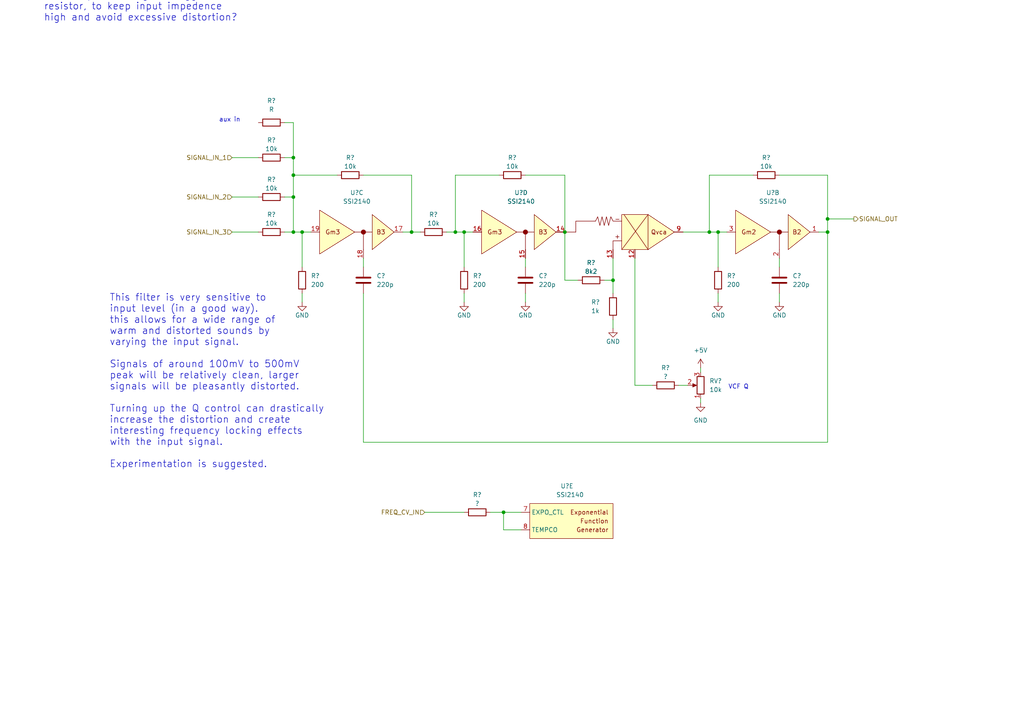
<source format=kicad_sch>
(kicad_sch (version 20211123) (generator eeschema)
  (paper "A4")
  (lib_symbols
    (symbol "Device:C" (pin_numbers hide) (pin_names (offset 0.254))
      (property "Reference" "C" (at 0.635 2.54 0))
      (property "Value" "C" (at 0.635 -2.54 0))
      (symbol "C_0_1"
        (polyline (pts (xy -2.032 -0.762) (xy 2.032 -0.762)) (stroke (width 0.508)))
        (polyline (pts (xy -2.032 0.762) (xy 2.032 0.762)) (stroke (width 0.508)))
      )
      (symbol "C_1_1"
        (pin passive line (at 0 3.81 270) (length 2.794) (name "~") (number "1"))
        (pin passive line (at 0 -3.81 90) (length 2.794) (name "~") (number "2"))
      )
    )
    (symbol "Device:R" (pin_numbers hide) (pin_names (offset 0))
      (property "Reference" "R" (at 2.032 0 90))
      (property "Value" "R" (at 0 0 90))
      (symbol "R_0_1"
        (rectangle (start -1.016 -2.54) (end 1.016 2.54) (stroke (width 0.254)))
      )
      (symbol "R_1_1"
        (pin passive line (at 0 3.81 270) (length 1.27) (name "~") (number "1"))
        (pin passive line (at 0 -3.81 90) (length 1.27) (name "~") (number "2"))
      )
    )
    (symbol "Device:R_Potentiometer" (pin_names (offset 1.016) hide)
      (property "Reference" "RV" (at -4.445 0 90))
      (property "Value" "R_Potentiometer" (at -2.54 0 90))
      (symbol "R_Potentiometer_0_1"
        (polyline (pts (xy 2.54 0) (xy 1.524 0)))
        (polyline (pts (xy 1.143 0) (xy 2.286 0.508) (xy 2.286 -0.508) (xy 1.143 0)) (fill (type outline)))
        (rectangle (start 1.016 2.54) (end -1.016 -2.54) (stroke (width 0.254)))
      )
      (symbol "R_Potentiometer_1_1"
        (pin passive line (at 0 3.81 270) (length 1.27) (name "1") (number "1"))
        (pin passive line (at 3.81 0 180) (length 1.27) (name "2") (number "2"))
        (pin passive line (at 0 -3.81 90) (length 1.27) (name "3") (number "3"))
      )
    )
    (symbol "custom_symbols:SSI2140"
      (property "Reference" "U" (at 0 10.16 0))
      (property "Value" "SSI2140" (at 0 7.62 0))
      (symbol "SSI2140_1_0"
        (polyline (pts (xy 0 0) (xy -2.54 0)))
        (polyline (pts (xy 0 -5.08) (xy 0 0) (xy 2.54 0)))
        (polyline (pts (xy -2.54 0) (xy -12.7 6.35) (xy -12.7 -6.35) (xy -2.54 0)) (fill (type background)))
        (text "B1" (at 5.08 0 0) (effects (font (size 1.27 1.27))))
        (text "Gm1" (at -8.89 0 0) (effects (font (size 1.27 1.27))))
      )
      (symbol "SSI2140_1_1"
        (polyline (pts (xy 8.89 0) (xy 2.54 5.08) (xy 2.54 -5.08) (xy 8.89 0)) (fill (type background)))
        (circle (center 0 0) (radius 0.635) (fill (type outline)))
        (pin output line (at 11.43 0 180) (length 2.54) (name "") (number "4"))
        (pin input line (at 0 -7.62 90) (length 2.54) (name "") (number "5"))
        (pin input line (at -15.24 0 0) (length 2.54) (name "") (number "6"))
      )
      (symbol "SSI2140_2_0"
        (polyline (pts (xy 0 0) (xy -2.54 0)))
        (polyline (pts (xy 0 -5.08) (xy 0 0) (xy 2.54 0)))
        (polyline (pts (xy -2.54 0) (xy -12.7 6.35) (xy -12.7 -6.35) (xy -2.54 0)) (fill (type background)))
        (text "B2" (at 5.08 0 0) (effects (font (size 1.27 1.27))))
        (text "Gm2" (at -8.89 0 0) (effects (font (size 1.27 1.27))))
      )
      (symbol "SSI2140_2_1"
        (polyline (pts (xy 8.89 0) (xy 2.54 5.08) (xy 2.54 -5.08) (xy 8.89 0)) (fill (type background)))
        (circle (center 0 0) (radius 0.635) (fill (type outline)))
        (pin output line (at 11.43 0 180) (length 2.54) (name "") (number "1"))
        (pin input line (at 0 -7.62 90) (length 2.54) (name "") (number "2"))
        (pin input line (at -15.24 0 0) (length 2.54) (name "") (number "3"))
      )
      (symbol "SSI2140_3_0"
        (polyline (pts (xy 0 0) (xy -2.54 0)))
        (polyline (pts (xy 0 -5.08) (xy 0 0) (xy 2.54 0)))
        (polyline (pts (xy -2.54 0) (xy -12.7 6.35) (xy -12.7 -6.35) (xy -2.54 0)) (fill (type background)))
        (text "B3" (at 5.08 0 0) (effects (font (size 1.27 1.27))))
        (text "Gm3" (at -8.89 0 0) (effects (font (size 1.27 1.27))))
      )
      (symbol "SSI2140_3_1"
        (polyline (pts (xy 8.89 0) (xy 2.54 5.08) (xy 2.54 -5.08) (xy 8.89 0)) (fill (type background)))
        (circle (center 0 0) (radius 0.635) (fill (type outline)))
        (pin output line (at 11.43 0 180) (length 2.54) (name "") (number "17"))
        (pin input line (at 0 -7.62 90) (length 2.54) (name "") (number "18"))
        (pin input line (at -15.24 0 0) (length 2.54) (name "") (number "19"))
      )
      (symbol "SSI2140_4_0"
        (polyline (pts (xy 0 0) (xy -2.54 0)))
        (polyline (pts (xy 27.94 -5.08) (xy 35.56 5.08)))
        (polyline (pts (xy 35.56 -5.08) (xy 28.575 5.08)))
        (polyline (pts (xy 0 -5.08) (xy 0 0) (xy 2.54 0)))
        (polyline (pts (xy 11.43 0) (xy 11.43 0) (xy 8.89 0)))
        (polyline (pts (xy 20.32 3.175) (xy 14.605 3.175) (xy 14.605 0)))
        (polyline (pts (xy 25.4 -5.08) (xy 25.4 -2.54) (xy 27.94 -2.54)))
        (polyline (pts (xy -2.54 0) (xy -12.7 6.35) (xy -12.7 -6.35) (xy -2.54 0)) (fill (type background)))
        (polyline (pts (xy 35.56 5.08) (xy 27.94 5.08) (xy 27.94 -5.08) (xy 35.56 -5.08)) (fill (type background)))
        (polyline (pts (xy 43.18 0) (xy 35.56 5.08) (xy 35.56 -5.08) (xy 43.18 0)) (fill (type background)))
        (polyline (pts (xy 20.32 3.175) (xy 20.955 4.445) (xy 21.59 1.905) (xy 22.225 4.445) (xy 22.86 1.905) (xy 23.495 4.445) (xy 24.13 1.905) (xy 24.765 4.445) (xy 25.4 3.175) (xy 27.94 3.175)))
        (text "+" (at 26.67 -1.27 0) (effects (font (size 1.27 1.27))))
        (text "-" (at 26.67 3.81 0) (effects (font (size 1.27 1.27))))
        (text "B3" (at 5.08 0 0) (effects (font (size 1.27 1.27))))
        (text "Gm3" (at -8.89 0 0) (effects (font (size 1.27 1.27))))
        (text "Qvca" (at 38.735 0 0) (effects (font (size 1.27 1.27))))
      )
      (symbol "SSI2140_4_1"
        (polyline (pts (xy 11.43 0) (xy 14.605 0)))
        (polyline (pts (xy 8.89 0) (xy 2.54 5.08) (xy 2.54 -5.08) (xy 8.89 0)) (fill (type background)))
        (circle (center 0 0) (radius 0.635) (fill (type outline)))
        (pin input line (at 31.75 -7.62 90) (length 2.54) (name "") (number "12"))
        (pin input line (at 25.4 -7.62 90) (length 2.54) (name "") (number "13"))
        (pin output line (at 11.43 0 180) (length 2.54) (name "") (number "14"))
        (pin input line (at 0 -7.62 90) (length 2.54) (name "") (number "15"))
        (pin input line (at -15.24 0 0) (length 2.54) (name "") (number "16"))
        (pin output line (at 45.72 0 180) (length 2.54) (name "") (number "9"))
      )
      (symbol "SSI2140_5_0"
        (text "Exponential" (at -10.16 2.54 0) (effects (font (size 1.27 1.27)) (justify left)))
        (text "Function" (at -10.16 0 0) (effects (font (size 1.27 1.27)) (justify left)))
        (text "Generator" (at -10.16 -2.54 0) (effects (font (size 1.27 1.27)) (justify left)))
      )
      (symbol "SSI2140_5_1"
        (rectangle (start -11.43 5.08) (end 12.7 -5.08) (fill (type background)))
        (pin input line (at 15.24 2.54 180) (length 2.54) (name "EXPO_CTL") (number "7"))
        (pin input line (at 15.24 -2.54 180) (length 2.54) (name "TEMPCO") (number "8"))
      )
      (symbol "SSI2140_6_0"
        (rectangle (start -3.81 6.35) (end 3.81 -11.43) (fill (type background)))
      )
      (symbol "SSI2140_6_1"
        (pin power_in line (at 6.35 -2.54 180) (length 2.54) (name "GND") (number "10"))
        (pin power_in line (at 6.35 -8.89 180) (length 2.54) (name "V-") (number "11"))
        (pin power_in line (at 6.35 3.81 180) (length 2.54) (name "V+") (number "20"))
      )
    )
    (symbol "power:+5V" (power) (pin_names (offset 0))
      (property "Value" "+5V" (at 0 3.556 0))
      (symbol "+5V_0_1"
        (polyline (pts (xy -0.762 1.27) (xy 0 2.54)))
        (polyline (pts (xy 0 0) (xy 0 2.54)))
        (polyline (pts (xy 0 2.54) (xy 0.762 1.27)))
      )
      (symbol "+5V_1_1"
        (pin power_in line (at 0 0 90) (length 0) hide (name "+5V") (number "1"))
      )
    )
    (symbol "power:GND" (power) (pin_names (offset 0))
      (property "Value" "GND" (at 0 -3.81 0))
      (symbol "GND_0_1"
        (polyline (pts (xy 0 0) (xy 0 -1.27) (xy 1.27 -1.27) (xy 0 -2.54) (xy -1.27 -1.27) (xy 0 -1.27)))
      )
      (symbol "GND_1_1"
        (pin power_in line (at 0 0 270) (length 0) hide (name "GND") (number "1"))
      )
    )
  )
  (junction (at 87.63 67.31))
  (junction (at 85.09 57.15))
  (junction (at 85.09 67.31))
  (junction (at 177.8 81.28))
  (junction (at 119.38 67.31))
  (junction (at 205.74 67.31))
  (junction (at 240.03 67.31))
  (junction (at 163.83 67.31))
  (junction (at 132.08 67.31))
  (junction (at 134.62 67.31))
  (junction (at 85.09 50.8))
  (junction (at 208.28 67.31))
  (junction (at 85.09 45.72))
  (junction (at 240.03 63.5))
  (junction (at 146.05 148.59))
  (wire (pts (xy 177.8 81.28) (xy 177.8 85.09)))
  (wire (pts (xy 240.03 67.31) (xy 240.03 128.27)))
  (wire (pts (xy 119.38 67.31) (xy 119.38 50.8)))
  (wire (pts (xy 85.09 35.56) (xy 85.09 45.72)))
  (wire (pts (xy 237.49 67.31) (xy 240.03 67.31)))
  (wire (pts (xy 203.2 107.95) (xy 203.2 106.68)))
  (wire (pts (xy 132.08 50.8) (xy 132.08 67.31)))
  (wire (pts (xy 205.74 50.8) (xy 218.44 50.8)))
  (wire (pts (xy 67.31 67.31) (xy 74.93 67.31)))
  (wire (pts (xy 134.62 85.09) (xy 134.62 87.63)))
  (wire (pts (xy 205.74 50.8) (xy 205.74 67.31)))
  (wire (pts (xy 163.83 50.8) (xy 152.4 50.8)))
  (wire (pts (xy 82.55 57.15) (xy 85.09 57.15)))
  (wire (pts (xy 85.09 67.31) (xy 87.63 67.31)))
  (wire (pts (xy 132.08 50.8) (xy 144.78 50.8)))
  (wire (pts (xy 177.8 74.93) (xy 177.8 81.28)))
  (wire (pts (xy 116.84 67.31) (xy 119.38 67.31)))
  (wire (pts (xy 85.09 50.8) (xy 97.79 50.8)))
  (wire (pts (xy 198.12 67.31) (xy 205.74 67.31)))
  (wire (pts (xy 226.06 85.09) (xy 226.06 87.63)))
  (wire (pts (xy 240.03 67.31) (xy 240.03 63.5)))
  (wire (pts (xy 208.28 67.31) (xy 210.82 67.31)))
  (wire (pts (xy 142.24 148.59) (xy 146.05 148.59)))
  (wire (pts (xy 87.63 67.31) (xy 90.17 67.31)))
  (wire (pts (xy 208.28 85.09) (xy 208.28 87.63)))
  (wire (pts (xy 87.63 85.09) (xy 87.63 87.63)))
  (wire (pts (xy 134.62 67.31) (xy 134.62 77.47)))
  (wire (pts (xy 85.09 45.72) (xy 85.09 50.8)))
  (wire (pts (xy 146.05 153.67) (xy 146.05 148.59)))
  (wire (pts (xy 240.03 63.5) (xy 240.03 50.8)))
  (wire (pts (xy 151.13 153.67) (xy 146.05 153.67)))
  (wire (pts (xy 199.39 111.76) (xy 196.85 111.76)))
  (wire (pts (xy 82.55 67.31) (xy 85.09 67.31)))
  (wire (pts (xy 163.83 67.31) (xy 163.83 81.28)))
  (wire (pts (xy 67.31 57.15) (xy 74.93 57.15)))
  (wire (pts (xy 240.03 63.5) (xy 247.65 63.5)))
  (wire (pts (xy 105.41 128.27) (xy 105.41 85.09)))
  (wire (pts (xy 184.15 74.93) (xy 184.15 111.76)))
  (wire (pts (xy 203.2 115.57) (xy 203.2 116.84)))
  (wire (pts (xy 226.06 74.93) (xy 226.06 77.47)))
  (wire (pts (xy 163.83 81.28) (xy 167.64 81.28)))
  (wire (pts (xy 146.05 148.59) (xy 151.13 148.59)))
  (wire (pts (xy 87.63 67.31) (xy 87.63 77.47)))
  (wire (pts (xy 163.83 50.8) (xy 163.83 67.31)))
  (wire (pts (xy 208.28 67.31) (xy 208.28 77.47)))
  (wire (pts (xy 123.19 148.59) (xy 134.62 148.59)))
  (wire (pts (xy 240.03 50.8) (xy 226.06 50.8)))
  (wire (pts (xy 85.09 50.8) (xy 85.09 57.15)))
  (wire (pts (xy 134.62 67.31) (xy 137.16 67.31)))
  (wire (pts (xy 177.8 92.71) (xy 177.8 95.25)))
  (wire (pts (xy 82.55 45.72) (xy 85.09 45.72)))
  (wire (pts (xy 67.31 45.72) (xy 74.93 45.72)))
  (wire (pts (xy 205.74 67.31) (xy 208.28 67.31)))
  (wire (pts (xy 105.41 74.93) (xy 105.41 77.47)))
  (wire (pts (xy 152.4 85.09) (xy 152.4 87.63)))
  (wire (pts (xy 240.03 128.27) (xy 105.41 128.27)))
  (wire (pts (xy 119.38 50.8) (xy 105.41 50.8)))
  (wire (pts (xy 82.55 35.56) (xy 85.09 35.56)))
  (wire (pts (xy 184.15 111.76) (xy 189.23 111.76)))
  (wire (pts (xy 132.08 67.31) (xy 134.62 67.31)))
  (wire (pts (xy 152.4 74.93) (xy 152.4 77.47)))
  (wire (pts (xy 175.26 81.28) (xy 177.8 81.28)))
  (wire (pts (xy 119.38 67.31) (xy 121.92 67.31)))
  (wire (pts (xy 129.54 67.31) (xy 132.08 67.31)))
  (wire (pts (xy 85.09 57.15) (xy 85.09 67.31)))
  (text "think about the input mixer,\nshould we make an opamp summer,\nor just use the first stage of\nthe VCF?\nIf we use the VCF, maybe the ext\naudio input could get a bigger\nresistor, to keep input impedence\nhigh and avoid excessive distortion?" (at 12.7 6.35 0) (effects (font (size 2 2)) (justify left bottom)))
  (text "VCF Q" (at 217.17 113.03 180) (effects (font (size 1.27 1.27)) (justify right bottom)))
  (text "aux in" (at 63.5 35.56 0) (effects (font (size 1.27 1.27)) (justify left bottom)))
  (text "This filter is very sensitive to \ninput level (in a good way). \nthis allows for a wide range of \nwarm and distorted sounds by \nvarying the input signal.\n\nSignals of around 100mV to 500mV\npeak will be relatively clean, larger\nsignals will be pleasantly distorted.\n\nTurning up the Q control can drastically \nincrease the distortion and create\ninteresting frequency locking effects\nwith the input signal.\n\nExperimentation is suggested.\n" (at 31.75 135.89 0) (effects (font (size 2 2)) (justify left bottom)))
  (hierarchical_label "SIGNAL_OUT" (shape output) (at 247.65 63.5 0))
  (hierarchical_label "SIGNAL_IN_3" (shape input) (at 67.31 67.31 180))
  (hierarchical_label "SIGNAL_IN_1" (shape input) (at 67.31 45.72 180))
  (hierarchical_label "FREQ_CV_IN" (shape input) (at 123.19 148.59 180))
  (hierarchical_label "SIGNAL_IN_2" (shape input) (at 67.31 57.15 180))
  (symbol (lib_id "Device:R") (at 87.63 81.28 0) (unit 1)
    (property "Reference" "R?" (at 90.17 80.0099 0) (effects (justify left)))
    (property "Value" "200" (at 90.17 82.5499 0) (effects (justify left)))
    (property "Footprint" "Resistor_SMD:R_0603_1608Metric" (effects hide))
  )
  (symbol (lib_id "Device:R") (at 148.59 50.8 90) (unit 1)
    (property "Reference" "R?" (at 148.59 45.72 90))
    (property "Value" "10k" (at 148.59 48.26 90))
    (property "Footprint" "Resistor_SMD:R_0603_1608Metric" (effects hide))
  )
  (symbol (lib_id "Device:R_Potentiometer") (at 203.2 111.76 180) (unit 1)
    (property "Reference" "RV?" (at 205.74 110.4899 0) (effects (justify right)))
    (property "Value" "10k" (at 205.74 113.0299 0) (effects (justify right)))
  )
  (symbol (lib_id "Device:R") (at 78.74 35.56 90) (unit 1)
    (property "Reference" "R?" (at 78.74 29.21 90))
    (property "Value" "R" (at 78.74 31.75 90))
  )
  (symbol (lib_id "power:+5V") (at 203.2 106.68 0) (mirror y) (unit 1)
    (property "Reference" "#PWR?" (effects hide))
    (property "Value" "+5V" (at 203.2 101.6 0))
  )
  (symbol (lib_id "Device:R") (at 138.43 148.59 90) (unit 1)
    (property "Reference" "R?" (at 138.43 143.51 90))
    (property "Value" "?" (at 138.43 146.05 90))
    (property "Footprint" "Resistor_SMD:R_0603_1608Metric" (effects hide))
  )
  (symbol (lib_id "custom_symbols:SSI2140") (at 166.37 151.13 0) (mirror y) (unit 5)
    (property "Reference" "U?" (at 162.56 140.97 0) (effects (justify right)))
    (property "Value" "SSI2140" (at 161.29 143.51 0) (effects (justify right)))
    (property "Footprint" "Package_SO:TSSOP-20_4.4x6.5mm_P0.65mm" (effects hide))
  )
  (symbol (lib_id "Device:R") (at 222.25 50.8 90) (unit 1)
    (property "Reference" "R?" (at 222.25 45.72 90))
    (property "Value" "10k" (at 222.25 48.26 90))
    (property "Footprint" "Resistor_SMD:R_0603_1608Metric" (effects hide))
  )
  (symbol (lib_id "power:GND") (at 177.8 95.25 0) (unit 1)
    (property "Reference" "#PWR?" (effects hide))
    (property "Value" "GND" (at 177.8 99.06 0))
  )
  (symbol (lib_id "Device:R") (at 78.74 45.72 90) (unit 1)
    (property "Reference" "R?" (at 78.74 40.64 90))
    (property "Value" "10k" (at 78.74 43.18 90))
    (property "Footprint" "Resistor_SMD:R_0603_1608Metric" (effects hide))
  )
  (symbol (lib_id "power:GND") (at 226.06 87.63 0) (unit 1)
    (property "Reference" "#PWR?" (effects hide))
    (property "Value" "GND" (at 226.06 91.44 0))
  )
  (symbol (lib_id "custom_symbols:SSI2140") (at 105.41 67.31 0) (unit 3)
    (property "Reference" "U?" (at 103.505 55.88 0))
    (property "Value" "SSI2140" (at 103.505 58.42 0))
    (property "Footprint" "Package_SO:TSSOP-20_4.4x6.5mm_P0.65mm" (effects hide))
  )
  (symbol (lib_id "power:GND") (at 134.62 87.63 0) (unit 1)
    (property "Reference" "#PWR?" (effects hide))
    (property "Value" "GND" (at 134.62 91.44 0))
  )
  (symbol (lib_id "Device:R") (at 208.28 81.28 0) (unit 1)
    (property "Reference" "R?" (at 210.82 80.0099 0) (effects (justify left)))
    (property "Value" "200" (at 210.82 82.5499 0) (effects (justify left)))
    (property "Footprint" "Resistor_SMD:R_0603_1608Metric" (effects hide))
  )
  (symbol (lib_id "Device:R") (at 134.62 81.28 0) (unit 1)
    (property "Reference" "R?" (at 137.16 80.0099 0) (effects (justify left)))
    (property "Value" "200" (at 137.16 82.5499 0) (effects (justify left)))
    (property "Footprint" "Resistor_SMD:R_0603_1608Metric" (effects hide))
  )
  (symbol (lib_id "power:GND") (at 87.63 87.63 0) (unit 1)
    (property "Reference" "#PWR?" (effects hide))
    (property "Value" "GND" (at 87.63 91.44 0))
  )
  (symbol (lib_id "Device:R") (at 78.74 57.15 90) (unit 1)
    (property "Reference" "R?" (at 78.74 52.07 90))
    (property "Value" "10k" (at 78.74 54.61 90))
    (property "Footprint" "Resistor_SMD:R_0603_1608Metric" (effects hide))
  )
  (symbol (lib_id "Device:R") (at 171.45 81.28 90) (unit 1)
    (property "Reference" "R?" (at 171.45 76.2 90))
    (property "Value" "8k2" (at 171.45 78.74 90))
    (property "Footprint" "Resistor_SMD:R_0603_1608Metric" (effects hide))
  )
  (symbol (lib_id "custom_symbols:SSI2140") (at 226.06 67.31 0) (unit 2)
    (property "Reference" "U?" (at 224.155 55.88 0))
    (property "Value" "SSI2140" (at 224.155 58.42 0))
    (property "Footprint" "Package_SO:TSSOP-20_4.4x6.5mm_P0.65mm" (effects hide))
  )
  (symbol (lib_id "custom_symbols:SSI2140") (at 152.4 67.31 0) (unit 4)
    (property "Reference" "U?" (at 151.13 55.88 0))
    (property "Value" "SSI2140" (at 151.13 58.42 0))
    (property "Footprint" "Package_SO:TSSOP-20_4.4x6.5mm_P0.65mm" (effects hide))
  )
  (symbol (lib_id "Device:R") (at 101.6 50.8 90) (unit 1)
    (property "Reference" "R?" (at 101.6 45.72 90))
    (property "Value" "10k" (at 101.6 48.26 90))
    (property "Footprint" "Resistor_SMD:R_0603_1608Metric" (effects hide))
  )
  (symbol (lib_id "power:GND") (at 152.4 87.63 0) (unit 1)
    (property "Reference" "#PWR?" (effects hide))
    (property "Value" "GND" (at 152.4 91.44 0))
  )
  (symbol (lib_id "power:GND") (at 208.28 87.63 0) (unit 1)
    (property "Reference" "#PWR?" (effects hide))
    (property "Value" "GND" (at 208.28 91.44 0))
  )
  (symbol (lib_id "Device:R") (at 177.8 88.9 0) (unit 1)
    (property "Reference" "R?" (at 171.45 87.63 0) (effects (justify left)))
    (property "Value" "1k" (at 171.45 90.17 0) (effects (justify left)))
    (property "Footprint" "Resistor_SMD:R_0603_1608Metric" (effects hide))
  )
  (symbol (lib_id "Device:R") (at 125.73 67.31 90) (unit 1)
    (property "Reference" "R?" (at 125.73 62.23 90))
    (property "Value" "10k" (at 125.73 64.77 90))
    (property "Footprint" "Resistor_SMD:R_0603_1608Metric" (effects hide))
  )
  (symbol (lib_id "Device:C") (at 152.4 81.28 0) (unit 1)
    (property "Reference" "C?" (at 156.21 80.0099 0) (effects (justify left)))
    (property "Value" "220p" (at 156.21 82.5499 0) (effects (justify left)))
    (property "Footprint" "Capacitor_SMD:C_0805_2012Metric" (effects hide))
  )
  (symbol (lib_id "Device:C") (at 226.06 81.28 0) (unit 1)
    (property "Reference" "C?" (at 229.87 80.0099 0) (effects (justify left)))
    (property "Value" "220p" (at 229.87 82.5499 0) (effects (justify left)))
    (property "Footprint" "Capacitor_SMD:C_0805_2012Metric" (effects hide))
  )
  (symbol (lib_id "Device:C") (at 105.41 81.28 0) (unit 1)
    (property "Reference" "C?" (at 109.22 80.0099 0) (effects (justify left)))
    (property "Value" "220p" (at 109.22 82.5499 0) (effects (justify left)))
    (property "Footprint" "Capacitor_SMD:C_0805_2012Metric" (effects hide))
  )
  (symbol (lib_id "Device:R") (at 193.04 111.76 90) (unit 1)
    (property "Reference" "R?" (at 193.04 106.68 90))
    (property "Value" "?" (at 193.04 109.22 90))
    (property "Footprint" "Resistor_SMD:R_0603_1608Metric" (effects hide))
  )
  (symbol (lib_id "Device:R") (at 78.74 67.31 90) (unit 1)
    (property "Reference" "R?" (at 78.74 62.23 90))
    (property "Value" "10k" (at 78.74 64.77 90))
    (property "Footprint" "Resistor_SMD:R_0603_1608Metric" (effects hide))
  )
  (symbol (lib_id "power:GND") (at 203.2 116.84 0) (mirror y) (unit 1)
    (property "Reference" "#PWR?" (effects hide))
    (property "Value" "GND" (at 203.2 121.92 0))
  )
)
</source>
